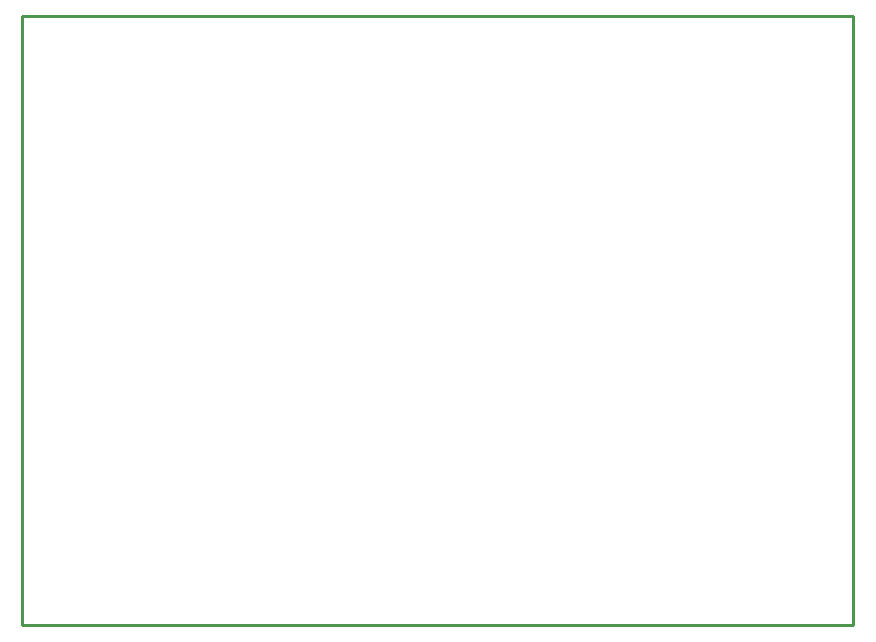
<source format=gko>
G04*
G04 #@! TF.GenerationSoftware,Altium Limited,Altium Designer,20.0.13 (296)*
G04*
G04 Layer_Color=16711935*
%FSLAX44Y44*%
%MOMM*%
G71*
G01*
G75*
%ADD13C,0.2540*%
D13*
X511810Y1059180D02*
X1215390D01*
X511810D02*
X511810Y543560D01*
X1215390D01*
Y1059180D01*
M02*

</source>
